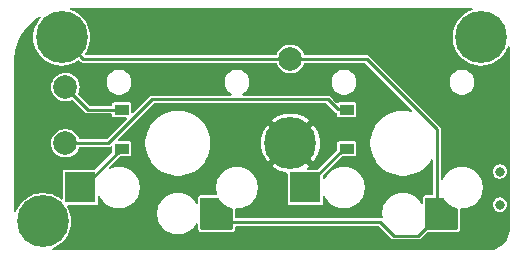
<source format=gbl>
G04 #@! TF.GenerationSoftware,KiCad,Pcbnew,8.0.5*
G04 #@! TF.CreationDate,2024-09-18T07:36:17+09:00*
G04 #@! TF.ProjectId,SandyLP_Middle_Isolated_Area,53616e64-794c-4505-9f4d-6964646c655f,v.0*
G04 #@! TF.SameCoordinates,Original*
G04 #@! TF.FileFunction,Copper,L2,Bot*
G04 #@! TF.FilePolarity,Positive*
%FSLAX46Y46*%
G04 Gerber Fmt 4.6, Leading zero omitted, Abs format (unit mm)*
G04 Created by KiCad (PCBNEW 8.0.5) date 2024-09-18 07:36:17*
%MOMM*%
%LPD*%
G01*
G04 APERTURE LIST*
G04 Aperture macros list*
%AMFreePoly0*
4,1,18,0.629926,1.692426,0.637215,1.683591,0.881507,1.322037,1.335531,0.983935,1.781286,0.836983,1.816077,0.807010,1.822500,0.780000,1.822500,-0.950000,1.804926,-0.992426,1.762500,-1.010000,-0.837500,-1.010000,-0.879926,-0.992426,-0.897500,-0.950000,-0.897500,1.650000,-0.879926,1.692426,-0.837500,1.710000,0.587500,1.710000,0.629926,1.692426,0.629926,1.692426,$1*%
G04 Aperture macros list end*
G04 #@! TA.AperFunction,SMDPad,CuDef*
%ADD10FreePoly0,0.000000*%
G04 #@! TD*
G04 #@! TA.AperFunction,SMDPad,CuDef*
%ADD11R,2.600000X2.600000*%
G04 #@! TD*
G04 #@! TA.AperFunction,ComponentPad*
%ADD12C,4.400000*%
G04 #@! TD*
G04 #@! TA.AperFunction,SMDPad,CuDef*
%ADD13R,1.200000X0.900000*%
G04 #@! TD*
G04 #@! TA.AperFunction,ComponentPad*
%ADD14C,2.000000*%
G04 #@! TD*
G04 #@! TA.AperFunction,ComponentPad*
%ADD15C,0.800000*%
G04 #@! TD*
G04 #@! TA.AperFunction,ViaPad*
%ADD16C,0.800000*%
G04 #@! TD*
G04 #@! TA.AperFunction,Conductor*
%ADD17C,0.250000*%
G04 #@! TD*
G04 APERTURE END LIST*
D10*
X42920935Y-55925280D03*
D11*
X31833435Y-53375280D03*
D10*
X61970935Y-55925280D03*
D11*
X50883435Y-53375280D03*
D12*
X49633435Y-49625280D03*
D13*
X35345935Y-46784655D03*
X35345935Y-50084655D03*
D14*
X49633435Y-42481530D03*
D15*
X67358435Y-54825280D03*
X67358435Y-52025280D03*
D12*
X28658435Y-56250280D03*
X65758435Y-40650280D03*
X30258435Y-40650280D03*
D14*
X30583435Y-44862780D03*
D13*
X54395935Y-46784655D03*
X54395935Y-50084655D03*
D14*
X30583435Y-49625280D03*
D16*
X32964655Y-38909656D03*
X27011525Y-41290908D03*
X39683435Y-41519030D03*
X67492809Y-56173733D03*
X47252167Y-38909656D03*
X67492809Y-50815916D03*
X27011525Y-53792481D03*
X49633435Y-57959655D03*
X31178716Y-57959672D03*
X46656854Y-50220603D03*
X67492809Y-43076847D03*
X32964655Y-44862786D03*
X63325618Y-42481534D03*
X65706870Y-57959672D03*
X49633419Y-55419030D03*
X53205297Y-47839351D03*
X36536533Y-51411229D03*
X63325618Y-38909656D03*
D17*
X31833435Y-53375280D02*
X32055310Y-53375280D01*
X32055310Y-53375280D02*
X35345935Y-50084655D01*
X50883435Y-53375280D02*
X54174060Y-50084655D01*
X54174060Y-50084655D02*
X54395935Y-50084655D01*
X32089685Y-42481530D02*
X30258435Y-40650280D01*
X56080549Y-42481530D02*
X62033435Y-48434416D01*
X60445935Y-57450280D02*
X61970935Y-55925280D01*
X62033435Y-48434416D02*
X62033435Y-55862780D01*
X49633435Y-42481530D02*
X32089685Y-42481530D01*
X49633435Y-42481530D02*
X56080549Y-42481530D01*
X42920935Y-55925280D02*
X43314685Y-56319030D01*
X57250535Y-56319030D02*
X58381785Y-57450280D01*
X62033435Y-55862780D02*
X61970935Y-55925280D01*
X58381785Y-57450280D02*
X60445935Y-57450280D01*
X43314685Y-56319030D02*
X57250535Y-56319030D01*
X54395935Y-46784655D02*
X54361560Y-46750280D01*
X34205310Y-49625280D02*
X30583435Y-49625280D01*
X53614685Y-46750280D02*
X52783435Y-45919030D01*
X54361560Y-46750280D02*
X53614685Y-46750280D01*
X37911560Y-45919030D02*
X34205310Y-49625280D01*
X52783435Y-45919030D02*
X37911560Y-45919030D01*
X32505310Y-46784655D02*
X30583435Y-44862780D01*
X35345935Y-46784655D02*
X32505310Y-46784655D01*
G04 #@! TA.AperFunction,Conductor*
G36*
X65043111Y-38188397D02*
G01*
X65079075Y-38237897D01*
X65079075Y-38299083D01*
X65043111Y-38348583D01*
X65017977Y-38361389D01*
X65018065Y-38361610D01*
X65015729Y-38362534D01*
X65015515Y-38362644D01*
X65015171Y-38362755D01*
X64734334Y-38473946D01*
X64469648Y-38619459D01*
X64469627Y-38619472D01*
X64225275Y-38797003D01*
X64225272Y-38797005D01*
X64005090Y-39003771D01*
X64005080Y-39003782D01*
X63812549Y-39236512D01*
X63650709Y-39491530D01*
X63650702Y-39491543D01*
X63522096Y-39764843D01*
X63505165Y-39816952D01*
X63439517Y-40018997D01*
X63428755Y-40052118D01*
X63428752Y-40052128D01*
X63372155Y-40348817D01*
X63353189Y-40650280D01*
X63372155Y-40951742D01*
X63419532Y-41200099D01*
X63428754Y-41248440D01*
X63522094Y-41535710D01*
X63522096Y-41535716D01*
X63650702Y-41809016D01*
X63650709Y-41809029D01*
X63812549Y-42064047D01*
X64005080Y-42296777D01*
X64005090Y-42296788D01*
X64225272Y-42503554D01*
X64225275Y-42503556D01*
X64469627Y-42681087D01*
X64469631Y-42681089D01*
X64469640Y-42681096D01*
X64734331Y-42826612D01*
X65015173Y-42937805D01*
X65307737Y-43012922D01*
X65507517Y-43038160D01*
X65607407Y-43050780D01*
X65607408Y-43050780D01*
X65909463Y-43050780D01*
X65959407Y-43044470D01*
X66209133Y-43012922D01*
X66501697Y-42937805D01*
X66782539Y-42826612D01*
X67047230Y-42681096D01*
X67291597Y-42503554D01*
X67511784Y-42296784D01*
X67704320Y-42064048D01*
X67866168Y-41809016D01*
X67994776Y-41535710D01*
X68023915Y-41446028D01*
X68059877Y-41396532D01*
X68118067Y-41377624D01*
X68176258Y-41396531D01*
X68212222Y-41446030D01*
X68217068Y-41476683D01*
X68207961Y-56804827D01*
X68207935Y-56805065D01*
X68207935Y-56847043D01*
X68207723Y-56853517D01*
X68192539Y-57085217D01*
X68190849Y-57098056D01*
X68146183Y-57322615D01*
X68142831Y-57335123D01*
X68069243Y-57551915D01*
X68064288Y-57563879D01*
X67963023Y-57769231D01*
X67956548Y-57780446D01*
X67829355Y-57970809D01*
X67821472Y-57981083D01*
X67670514Y-58153223D01*
X67661357Y-58162380D01*
X67489226Y-58313339D01*
X67478953Y-58321223D01*
X67288590Y-58448423D01*
X67277375Y-58454898D01*
X67072026Y-58556168D01*
X67060062Y-58561123D01*
X66843269Y-58634719D01*
X66830761Y-58638071D01*
X66606211Y-58682741D01*
X66593371Y-58684432D01*
X66362520Y-58699566D01*
X66356007Y-58699778D01*
X29546053Y-58686112D01*
X29487870Y-58667183D01*
X29451924Y-58617670D01*
X29451947Y-58556484D01*
X29487929Y-58506998D01*
X29509639Y-58495067D01*
X29682539Y-58426612D01*
X29947230Y-58281096D01*
X30191597Y-58103554D01*
X30411784Y-57896784D01*
X30604320Y-57664048D01*
X30766168Y-57409016D01*
X30894776Y-57135710D01*
X30988116Y-56848440D01*
X31044715Y-56551737D01*
X31063681Y-56250280D01*
X31044715Y-55948823D01*
X30988116Y-55652120D01*
X30894776Y-55364850D01*
X30766168Y-55091544D01*
X30725732Y-55027827D01*
X30710516Y-54968564D01*
X30733040Y-54911675D01*
X30784701Y-54878890D01*
X30809321Y-54875780D01*
X33153182Y-54875780D01*
X33153183Y-54875780D01*
X33211666Y-54864147D01*
X33277987Y-54819832D01*
X33322302Y-54753511D01*
X33333935Y-54695028D01*
X33333935Y-54163241D01*
X33352842Y-54105050D01*
X33402342Y-54069086D01*
X33463528Y-54069086D01*
X33513028Y-54105050D01*
X33524399Y-54125356D01*
X33535087Y-54151160D01*
X33535089Y-54151163D01*
X33535091Y-54151168D01*
X33649824Y-54349892D01*
X33789516Y-54531941D01*
X33951774Y-54694199D01*
X34133823Y-54833891D01*
X34332547Y-54948624D01*
X34332548Y-54948624D01*
X34332551Y-54948626D01*
X34428602Y-54988411D01*
X34544548Y-55036438D01*
X34766197Y-55095828D01*
X34993701Y-55125780D01*
X34993702Y-55125780D01*
X35223168Y-55125780D01*
X35223169Y-55125780D01*
X35450673Y-55095828D01*
X35672322Y-55036438D01*
X35884323Y-54948624D01*
X36083047Y-54833891D01*
X36265096Y-54694199D01*
X36427354Y-54531941D01*
X36567046Y-54349892D01*
X36681779Y-54151168D01*
X36769593Y-53939167D01*
X36828983Y-53717518D01*
X36858935Y-53490014D01*
X36858935Y-53260546D01*
X36828983Y-53033042D01*
X36769593Y-52811393D01*
X36717471Y-52685560D01*
X36681781Y-52599396D01*
X36597586Y-52453566D01*
X36567046Y-52400668D01*
X36427354Y-52218619D01*
X36265096Y-52056361D01*
X36201577Y-52007621D01*
X36083046Y-51916668D01*
X35884318Y-51801933D01*
X35672320Y-51714121D01*
X35450673Y-51654732D01*
X35223169Y-51624780D01*
X34993701Y-51624780D01*
X34993700Y-51624780D01*
X34766196Y-51654732D01*
X34544546Y-51714122D01*
X34376574Y-51783698D01*
X34315577Y-51788498D01*
X34263408Y-51756529D01*
X34239994Y-51700001D01*
X34254278Y-51640506D01*
X34268681Y-51622234D01*
X35126765Y-50764151D01*
X35181282Y-50736374D01*
X35196769Y-50735155D01*
X35965682Y-50735155D01*
X35965683Y-50735155D01*
X36024166Y-50723522D01*
X36090487Y-50679207D01*
X36134802Y-50612886D01*
X36146435Y-50554403D01*
X36146435Y-49614907D01*
X36134802Y-49556424D01*
X36090487Y-49490103D01*
X36061618Y-49470813D01*
X37357935Y-49470813D01*
X37357935Y-49779746D01*
X37392523Y-50086730D01*
X37461267Y-50387917D01*
X37563298Y-50679505D01*
X37697340Y-50957846D01*
X37785184Y-51097648D01*
X37861700Y-51219423D01*
X38054315Y-51460954D01*
X38272761Y-51679400D01*
X38514292Y-51872015D01*
X38607738Y-51930731D01*
X38758210Y-52025279D01*
X38775870Y-52036375D01*
X39054206Y-52170415D01*
X39345799Y-52272448D01*
X39646983Y-52341191D01*
X39953970Y-52375780D01*
X39953971Y-52375780D01*
X40262899Y-52375780D01*
X40262900Y-52375780D01*
X40569887Y-52341191D01*
X40871071Y-52272448D01*
X41162664Y-52170415D01*
X41441000Y-52036375D01*
X41702578Y-51872015D01*
X41944109Y-51679400D01*
X42162555Y-51460954D01*
X42355170Y-51219423D01*
X42519530Y-50957845D01*
X42653570Y-50679509D01*
X42755603Y-50387916D01*
X42824346Y-50086732D01*
X42858935Y-49779745D01*
X42858935Y-49625280D01*
X47128492Y-49625280D01*
X47148244Y-49939238D01*
X47207187Y-50248225D01*
X47207190Y-50248235D01*
X47304400Y-50547417D01*
X47438337Y-50832045D01*
X47438344Y-50832058D01*
X47606893Y-51097648D01*
X47697720Y-51207439D01*
X48697143Y-50208015D01*
X48794402Y-50341882D01*
X48916833Y-50464313D01*
X49050697Y-50561570D01*
X48048408Y-51563859D01*
X48291229Y-51740280D01*
X48566880Y-51891819D01*
X48566883Y-51891821D01*
X48859364Y-52007621D01*
X49164053Y-52085852D01*
X49164065Y-52085855D01*
X49296342Y-52102565D01*
X49351705Y-52128616D01*
X49381181Y-52182233D01*
X49382935Y-52200784D01*
X49382935Y-54695026D01*
X49382936Y-54695038D01*
X49394567Y-54753507D01*
X49394568Y-54753511D01*
X49438883Y-54819832D01*
X49505204Y-54864147D01*
X49549666Y-54872991D01*
X49563676Y-54875778D01*
X49563681Y-54875778D01*
X49563687Y-54875780D01*
X49563688Y-54875780D01*
X52203182Y-54875780D01*
X52203183Y-54875780D01*
X52261666Y-54864147D01*
X52327987Y-54819832D01*
X52372302Y-54753511D01*
X52383935Y-54695028D01*
X52383935Y-54163241D01*
X52402842Y-54105050D01*
X52452342Y-54069086D01*
X52513528Y-54069086D01*
X52563028Y-54105050D01*
X52574399Y-54125356D01*
X52585087Y-54151160D01*
X52585089Y-54151163D01*
X52585091Y-54151168D01*
X52699824Y-54349892D01*
X52839516Y-54531941D01*
X53001774Y-54694199D01*
X53183823Y-54833891D01*
X53382547Y-54948624D01*
X53382548Y-54948624D01*
X53382551Y-54948626D01*
X53478602Y-54988411D01*
X53594548Y-55036438D01*
X53816197Y-55095828D01*
X54043701Y-55125780D01*
X54043702Y-55125780D01*
X54273168Y-55125780D01*
X54273169Y-55125780D01*
X54500673Y-55095828D01*
X54722322Y-55036438D01*
X54934323Y-54948624D01*
X55133047Y-54833891D01*
X55315096Y-54694199D01*
X55477354Y-54531941D01*
X55617046Y-54349892D01*
X55731779Y-54151168D01*
X55819593Y-53939167D01*
X55878983Y-53717518D01*
X55908935Y-53490014D01*
X55908935Y-53260546D01*
X55878983Y-53033042D01*
X55819593Y-52811393D01*
X55767471Y-52685560D01*
X55731781Y-52599396D01*
X55647586Y-52453566D01*
X55617046Y-52400668D01*
X55477354Y-52218619D01*
X55315096Y-52056361D01*
X55251577Y-52007621D01*
X55133046Y-51916668D01*
X54934318Y-51801933D01*
X54722320Y-51714121D01*
X54500673Y-51654732D01*
X54273169Y-51624780D01*
X54043701Y-51624780D01*
X54043700Y-51624780D01*
X53816196Y-51654732D01*
X53594549Y-51714121D01*
X53382551Y-51801933D01*
X53183823Y-51916668D01*
X53001777Y-52056358D01*
X52839513Y-52218622D01*
X52699823Y-52400668D01*
X52585088Y-52599396D01*
X52574399Y-52625204D01*
X52534662Y-52671730D01*
X52475167Y-52686013D01*
X52418639Y-52662598D01*
X52386670Y-52610429D01*
X52383935Y-52587318D01*
X52383935Y-52376114D01*
X52402842Y-52317923D01*
X52412931Y-52306110D01*
X53954890Y-50764151D01*
X54009407Y-50736374D01*
X54024894Y-50735155D01*
X55015682Y-50735155D01*
X55015683Y-50735155D01*
X55074166Y-50723522D01*
X55140487Y-50679207D01*
X55184802Y-50612886D01*
X55196435Y-50554403D01*
X55196435Y-49614907D01*
X55184802Y-49556424D01*
X55140487Y-49490103D01*
X55111618Y-49470813D01*
X55074168Y-49445789D01*
X55074166Y-49445788D01*
X55074163Y-49445787D01*
X55074162Y-49445787D01*
X55015693Y-49434156D01*
X55015683Y-49434155D01*
X53776187Y-49434155D01*
X53776186Y-49434155D01*
X53776176Y-49434156D01*
X53717707Y-49445787D01*
X53717701Y-49445789D01*
X53651386Y-49490100D01*
X53651380Y-49490106D01*
X53607069Y-49556421D01*
X53607067Y-49556427D01*
X53595436Y-49614896D01*
X53595435Y-49614908D01*
X53595435Y-50161945D01*
X53576528Y-50220136D01*
X53566439Y-50231949D01*
X51952604Y-51845784D01*
X51898087Y-51873561D01*
X51882600Y-51874780D01*
X51095208Y-51874780D01*
X51037017Y-51855873D01*
X51001053Y-51806373D01*
X51001053Y-51745187D01*
X51037017Y-51695687D01*
X51218461Y-51563859D01*
X50216172Y-50561570D01*
X50350037Y-50464313D01*
X50472468Y-50341882D01*
X50569725Y-50208016D01*
X51569148Y-51207439D01*
X51659976Y-51097648D01*
X51828525Y-50832058D01*
X51828532Y-50832045D01*
X51962469Y-50547417D01*
X52059679Y-50248235D01*
X52059682Y-50248225D01*
X52118625Y-49939238D01*
X52138377Y-49625280D01*
X52118625Y-49311321D01*
X52059682Y-49002334D01*
X52059679Y-49002324D01*
X51962469Y-48703142D01*
X51828532Y-48418514D01*
X51828525Y-48418501D01*
X51659976Y-48152911D01*
X51569148Y-48043119D01*
X50569725Y-49042541D01*
X50472468Y-48908678D01*
X50350037Y-48786247D01*
X50216170Y-48688988D01*
X51218460Y-47686699D01*
X50975640Y-47510279D01*
X50699989Y-47358740D01*
X50699986Y-47358738D01*
X50407505Y-47242938D01*
X50102810Y-47164705D01*
X49790722Y-47125280D01*
X49476148Y-47125280D01*
X49164059Y-47164705D01*
X48859364Y-47242938D01*
X48566883Y-47358738D01*
X48566880Y-47358740D01*
X48291233Y-47510277D01*
X48291214Y-47510289D01*
X48048407Y-47686698D01*
X49050698Y-48688989D01*
X48916833Y-48786247D01*
X48794402Y-48908678D01*
X48697144Y-49042543D01*
X47697720Y-48043119D01*
X47606893Y-48152911D01*
X47438338Y-48418513D01*
X47438337Y-48418514D01*
X47304400Y-48703142D01*
X47207190Y-49002324D01*
X47207187Y-49002334D01*
X47148244Y-49311321D01*
X47128492Y-49625280D01*
X42858935Y-49625280D01*
X42858935Y-49470815D01*
X42824346Y-49163828D01*
X42755603Y-48862644D01*
X42653570Y-48571051D01*
X42519530Y-48292715D01*
X42355170Y-48031137D01*
X42162555Y-47789606D01*
X41944109Y-47571160D01*
X41702578Y-47378545D01*
X41441001Y-47214185D01*
X41162660Y-47080143D01*
X40871072Y-46978112D01*
X40569885Y-46909368D01*
X40262901Y-46874780D01*
X40262900Y-46874780D01*
X39953970Y-46874780D01*
X39953968Y-46874780D01*
X39646984Y-46909368D01*
X39345797Y-46978112D01*
X39054209Y-47080143D01*
X38775868Y-47214185D01*
X38514291Y-47378545D01*
X38272762Y-47571159D01*
X38054314Y-47789607D01*
X37861700Y-48031136D01*
X37697340Y-48292713D01*
X37563298Y-48571054D01*
X37461267Y-48862642D01*
X37392523Y-49163829D01*
X37357935Y-49470813D01*
X36061618Y-49470813D01*
X36024168Y-49445789D01*
X36024166Y-49445788D01*
X36024163Y-49445787D01*
X36024162Y-49445787D01*
X35965693Y-49434156D01*
X35965683Y-49434155D01*
X35965682Y-49434155D01*
X35095770Y-49434155D01*
X35037579Y-49415248D01*
X35001615Y-49365748D01*
X35001615Y-49304562D01*
X35025766Y-49265151D01*
X38017391Y-46273526D01*
X38071908Y-46245749D01*
X38087395Y-46244530D01*
X52607600Y-46244530D01*
X52665791Y-46263437D01*
X52677604Y-46273526D01*
X53414823Y-47010745D01*
X53414825Y-47010746D01*
X53414826Y-47010747D01*
X53414827Y-47010748D01*
X53489042Y-47053596D01*
X53489043Y-47053597D01*
X53489045Y-47053597D01*
X53489046Y-47053598D01*
X53522058Y-47062443D01*
X53573371Y-47095764D01*
X53595299Y-47152885D01*
X53595435Y-47158069D01*
X53595435Y-47254401D01*
X53595436Y-47254413D01*
X53607067Y-47312882D01*
X53607069Y-47312888D01*
X53651380Y-47379203D01*
X53651383Y-47379207D01*
X53717704Y-47423522D01*
X53762166Y-47432366D01*
X53776176Y-47435153D01*
X53776181Y-47435153D01*
X53776187Y-47435155D01*
X53776188Y-47435155D01*
X55015682Y-47435155D01*
X55015683Y-47435155D01*
X55074166Y-47423522D01*
X55140487Y-47379207D01*
X55184802Y-47312886D01*
X55196435Y-47254403D01*
X55196435Y-46314907D01*
X55184802Y-46256424D01*
X55140487Y-46190103D01*
X55137898Y-46188373D01*
X55074168Y-46145789D01*
X55074166Y-46145788D01*
X55074163Y-46145787D01*
X55074162Y-46145787D01*
X55015693Y-46134156D01*
X55015683Y-46134155D01*
X53776187Y-46134155D01*
X53776186Y-46134155D01*
X53776176Y-46134156D01*
X53717707Y-46145787D01*
X53717701Y-46145789D01*
X53643276Y-46195520D01*
X53642212Y-46193928D01*
X53598587Y-46216152D01*
X53538155Y-46206574D01*
X53513105Y-46188373D01*
X53263909Y-45939177D01*
X52983297Y-45658565D01*
X52983294Y-45658563D01*
X52983293Y-45658562D01*
X52983292Y-45658561D01*
X52909077Y-45615713D01*
X52909079Y-45615713D01*
X52876956Y-45607106D01*
X52826288Y-45593530D01*
X45650833Y-45593530D01*
X45592642Y-45574623D01*
X45556678Y-45525123D01*
X45556678Y-45463937D01*
X45592642Y-45414437D01*
X45604165Y-45407220D01*
X45606028Y-45406224D01*
X45606031Y-45406221D01*
X45606033Y-45406221D01*
X45778090Y-45291257D01*
X45924412Y-45144935D01*
X46039376Y-44972878D01*
X46118565Y-44781700D01*
X46158935Y-44578745D01*
X46158935Y-44371815D01*
X46158934Y-44371812D01*
X53107935Y-44371812D01*
X53107935Y-44578747D01*
X53148304Y-44781698D01*
X53227493Y-44972877D01*
X53227494Y-44972878D01*
X53342458Y-45144935D01*
X53488780Y-45291257D01*
X53660837Y-45406221D01*
X53852015Y-45485410D01*
X54054970Y-45525780D01*
X54054971Y-45525780D01*
X54261899Y-45525780D01*
X54261900Y-45525780D01*
X54464855Y-45485410D01*
X54656033Y-45406221D01*
X54828090Y-45291257D01*
X54974412Y-45144935D01*
X55089376Y-44972878D01*
X55168565Y-44781700D01*
X55208935Y-44578745D01*
X55208935Y-44371815D01*
X55168565Y-44168860D01*
X55089376Y-43977682D01*
X54974412Y-43805625D01*
X54828090Y-43659303D01*
X54800919Y-43641148D01*
X54656032Y-43544338D01*
X54464853Y-43465149D01*
X54261902Y-43424780D01*
X54261900Y-43424780D01*
X54054970Y-43424780D01*
X54054967Y-43424780D01*
X53852016Y-43465149D01*
X53660837Y-43544338D01*
X53488783Y-43659300D01*
X53342455Y-43805628D01*
X53227493Y-43977682D01*
X53148304Y-44168861D01*
X53107935Y-44371812D01*
X46158934Y-44371812D01*
X46118565Y-44168860D01*
X46039376Y-43977682D01*
X45924412Y-43805625D01*
X45778090Y-43659303D01*
X45750919Y-43641148D01*
X45606032Y-43544338D01*
X45414853Y-43465149D01*
X45211902Y-43424780D01*
X45211900Y-43424780D01*
X45004970Y-43424780D01*
X45004967Y-43424780D01*
X44802016Y-43465149D01*
X44610837Y-43544338D01*
X44438783Y-43659300D01*
X44292455Y-43805628D01*
X44177493Y-43977682D01*
X44098304Y-44168861D01*
X44057935Y-44371812D01*
X44057935Y-44578747D01*
X44098304Y-44781698D01*
X44177493Y-44972877D01*
X44177494Y-44972878D01*
X44292458Y-45144935D01*
X44438780Y-45291257D01*
X44438783Y-45291259D01*
X44610841Y-45406224D01*
X44612705Y-45407220D01*
X44613374Y-45407916D01*
X44614881Y-45408923D01*
X44614660Y-45409253D01*
X44655112Y-45451326D01*
X44663495Y-45511934D01*
X44634653Y-45565895D01*
X44579601Y-45592596D01*
X44566037Y-45593530D01*
X37954413Y-45593530D01*
X37868707Y-45593530D01*
X37818038Y-45607106D01*
X37785916Y-45615713D01*
X37711702Y-45658561D01*
X36315439Y-47054824D01*
X36260922Y-47082601D01*
X36200490Y-47073030D01*
X36157225Y-47029765D01*
X36146435Y-46984820D01*
X36146435Y-46314908D01*
X36146433Y-46314896D01*
X36139101Y-46278036D01*
X36134802Y-46256424D01*
X36090487Y-46190103D01*
X36087898Y-46188373D01*
X36024168Y-46145789D01*
X36024166Y-46145788D01*
X36024163Y-46145787D01*
X36024162Y-46145787D01*
X35965693Y-46134156D01*
X35965683Y-46134155D01*
X34726187Y-46134155D01*
X34726186Y-46134155D01*
X34726176Y-46134156D01*
X34667707Y-46145787D01*
X34667701Y-46145789D01*
X34601386Y-46190100D01*
X34601380Y-46190106D01*
X34557069Y-46256421D01*
X34557067Y-46256427D01*
X34545436Y-46314896D01*
X34545435Y-46314908D01*
X34545435Y-46360155D01*
X34526528Y-46418346D01*
X34477028Y-46454310D01*
X34446435Y-46459155D01*
X32681144Y-46459155D01*
X32622953Y-46440248D01*
X32611140Y-46430159D01*
X31682116Y-45501134D01*
X31654339Y-45446617D01*
X31663498Y-45387002D01*
X31707664Y-45298308D01*
X31768550Y-45084316D01*
X31789078Y-44862780D01*
X31768550Y-44641244D01*
X31707664Y-44427252D01*
X31680058Y-44371812D01*
X34057935Y-44371812D01*
X34057935Y-44578747D01*
X34098304Y-44781698D01*
X34177493Y-44972877D01*
X34177494Y-44972878D01*
X34292458Y-45144935D01*
X34438780Y-45291257D01*
X34610837Y-45406221D01*
X34802015Y-45485410D01*
X35004970Y-45525780D01*
X35004971Y-45525780D01*
X35211899Y-45525780D01*
X35211900Y-45525780D01*
X35414855Y-45485410D01*
X35606033Y-45406221D01*
X35778090Y-45291257D01*
X35924412Y-45144935D01*
X36039376Y-44972878D01*
X36118565Y-44781700D01*
X36158935Y-44578745D01*
X36158935Y-44371815D01*
X36118565Y-44168860D01*
X36039376Y-43977682D01*
X35924412Y-43805625D01*
X35778090Y-43659303D01*
X35750919Y-43641148D01*
X35606032Y-43544338D01*
X35414853Y-43465149D01*
X35211902Y-43424780D01*
X35211900Y-43424780D01*
X35004970Y-43424780D01*
X35004967Y-43424780D01*
X34802016Y-43465149D01*
X34610837Y-43544338D01*
X34438783Y-43659300D01*
X34292455Y-43805628D01*
X34177493Y-43977682D01*
X34098304Y-44168861D01*
X34057935Y-44371812D01*
X31680058Y-44371812D01*
X31608493Y-44228091D01*
X31474416Y-44050544D01*
X31309997Y-43900656D01*
X31120836Y-43783533D01*
X30913375Y-43703162D01*
X30913374Y-43703161D01*
X30913372Y-43703161D01*
X30694678Y-43662280D01*
X30472192Y-43662280D01*
X30253497Y-43703161D01*
X30177232Y-43732706D01*
X30046034Y-43783533D01*
X29856873Y-43900656D01*
X29692455Y-44050543D01*
X29558378Y-44228089D01*
X29558373Y-44228098D01*
X29486810Y-44371816D01*
X29459206Y-44427252D01*
X29398320Y-44641244D01*
X29377792Y-44862780D01*
X29398320Y-45084316D01*
X29459206Y-45298308D01*
X29558377Y-45497469D01*
X29692454Y-45675016D01*
X29856873Y-45824904D01*
X30046034Y-45942027D01*
X30253495Y-46022398D01*
X30472192Y-46063280D01*
X30694678Y-46063280D01*
X30913375Y-46022398D01*
X31119442Y-45942566D01*
X31180531Y-45939177D01*
X31225207Y-45964878D01*
X32244843Y-46984514D01*
X32244845Y-46984517D01*
X32305448Y-47045120D01*
X32342557Y-47066544D01*
X32342559Y-47066546D01*
X32366113Y-47080145D01*
X32379671Y-47087973D01*
X32462457Y-47110156D01*
X32462459Y-47110156D01*
X32554226Y-47110156D01*
X32554242Y-47110155D01*
X34446435Y-47110155D01*
X34504626Y-47129062D01*
X34540590Y-47178562D01*
X34545435Y-47209155D01*
X34545435Y-47254401D01*
X34545436Y-47254413D01*
X34557067Y-47312882D01*
X34557069Y-47312888D01*
X34601380Y-47379203D01*
X34601383Y-47379207D01*
X34667704Y-47423522D01*
X34712166Y-47432366D01*
X34726176Y-47435153D01*
X34726181Y-47435153D01*
X34726187Y-47435155D01*
X35696100Y-47435155D01*
X35754291Y-47454062D01*
X35790255Y-47503562D01*
X35790255Y-47564748D01*
X35766104Y-47604159D01*
X34099479Y-49270784D01*
X34044962Y-49298561D01*
X34029475Y-49299780D01*
X31813731Y-49299780D01*
X31755540Y-49280873D01*
X31719576Y-49231373D01*
X31718510Y-49227873D01*
X31707664Y-49189752D01*
X31608493Y-48990591D01*
X31474416Y-48813044D01*
X31309997Y-48663156D01*
X31120836Y-48546033D01*
X30913375Y-48465662D01*
X30913374Y-48465661D01*
X30913372Y-48465661D01*
X30694678Y-48424780D01*
X30472192Y-48424780D01*
X30253497Y-48465661D01*
X30177232Y-48495206D01*
X30046034Y-48546033D01*
X29856873Y-48663156D01*
X29692455Y-48813043D01*
X29558378Y-48990589D01*
X29558373Y-48990598D01*
X29472114Y-49163829D01*
X29459206Y-49189752D01*
X29398320Y-49403744D01*
X29377792Y-49625280D01*
X29398320Y-49846816D01*
X29459206Y-50060808D01*
X29558377Y-50259969D01*
X29692454Y-50437516D01*
X29856873Y-50587404D01*
X30046034Y-50704527D01*
X30253495Y-50784898D01*
X30472192Y-50825780D01*
X30694678Y-50825780D01*
X30913375Y-50784898D01*
X31120836Y-50704527D01*
X31309997Y-50587404D01*
X31474416Y-50437516D01*
X31608493Y-50259969D01*
X31707664Y-50060808D01*
X31718510Y-50022685D01*
X31752621Y-49971892D01*
X31810073Y-49950848D01*
X31813731Y-49950780D01*
X34248161Y-49950780D01*
X34248163Y-49950780D01*
X34330949Y-49928598D01*
X34396934Y-49890500D01*
X34456782Y-49877779D01*
X34512678Y-49902665D01*
X34543271Y-49955653D01*
X34545435Y-49976237D01*
X34545435Y-50383820D01*
X34526528Y-50442011D01*
X34516439Y-50453824D01*
X33124479Y-51845784D01*
X33069962Y-51873561D01*
X33054475Y-51874780D01*
X30513687Y-51874780D01*
X30513686Y-51874780D01*
X30513676Y-51874781D01*
X30455207Y-51886412D01*
X30455201Y-51886414D01*
X30388886Y-51930725D01*
X30388880Y-51930731D01*
X30344569Y-51997046D01*
X30344567Y-51997052D01*
X30332936Y-52055521D01*
X30332935Y-52055533D01*
X30332935Y-54305395D01*
X30314028Y-54363586D01*
X30264528Y-54399550D01*
X30203342Y-54399550D01*
X30175745Y-54385488D01*
X29947242Y-54219472D01*
X29947235Y-54219467D01*
X29947230Y-54219464D01*
X29682539Y-54073948D01*
X29682537Y-54073947D01*
X29682535Y-54073946D01*
X29401697Y-53962755D01*
X29109133Y-53887638D01*
X29109126Y-53887637D01*
X29109130Y-53887637D01*
X28809463Y-53849780D01*
X28809462Y-53849780D01*
X28507408Y-53849780D01*
X28507407Y-53849780D01*
X28207741Y-53887637D01*
X27915172Y-53962755D01*
X27634334Y-54073946D01*
X27369648Y-54219459D01*
X27369627Y-54219472D01*
X27125275Y-54397003D01*
X27125272Y-54397005D01*
X26905090Y-54603771D01*
X26905080Y-54603782D01*
X26712549Y-54836512D01*
X26550709Y-55091530D01*
X26550702Y-55091543D01*
X26422093Y-55364850D01*
X26414589Y-55387946D01*
X26378625Y-55437446D01*
X26320434Y-55456353D01*
X26262244Y-55437445D01*
X26226280Y-55387945D01*
X26221435Y-55357353D01*
X26221435Y-42783655D01*
X26221529Y-42779337D01*
X26225818Y-42681096D01*
X26238797Y-42383829D01*
X26239547Y-42375253D01*
X26290939Y-41984896D01*
X26292438Y-41976400D01*
X26321161Y-41846841D01*
X26377649Y-41592033D01*
X26379883Y-41583698D01*
X26395013Y-41535714D01*
X26498275Y-41208207D01*
X26501227Y-41200099D01*
X26651889Y-40836366D01*
X26655531Y-40828554D01*
X26837332Y-40479318D01*
X26841639Y-40471857D01*
X27053194Y-40139781D01*
X27058133Y-40132730D01*
X27297810Y-39820376D01*
X27303348Y-39813775D01*
X27569355Y-39523479D01*
X27575437Y-39517398D01*
X27865719Y-39251403D01*
X27872310Y-39245872D01*
X28184676Y-39006184D01*
X28191727Y-39001246D01*
X28328518Y-38914101D01*
X28387754Y-38898783D01*
X28444682Y-38921207D01*
X28477557Y-38972810D01*
X28473821Y-39033882D01*
X28457991Y-39060703D01*
X28312549Y-39236512D01*
X28150709Y-39491530D01*
X28150702Y-39491543D01*
X28022096Y-39764843D01*
X28005165Y-39816952D01*
X27939517Y-40018997D01*
X27928755Y-40052118D01*
X27928752Y-40052128D01*
X27872155Y-40348817D01*
X27853189Y-40650280D01*
X27872155Y-40951742D01*
X27919532Y-41200099D01*
X27928754Y-41248440D01*
X28022094Y-41535710D01*
X28022096Y-41535716D01*
X28150702Y-41809016D01*
X28150709Y-41809029D01*
X28312549Y-42064047D01*
X28505080Y-42296777D01*
X28505090Y-42296788D01*
X28725272Y-42503554D01*
X28725275Y-42503556D01*
X28969627Y-42681087D01*
X28969631Y-42681089D01*
X28969640Y-42681096D01*
X29234331Y-42826612D01*
X29515173Y-42937805D01*
X29807737Y-43012922D01*
X30007517Y-43038160D01*
X30107407Y-43050780D01*
X30107408Y-43050780D01*
X30409463Y-43050780D01*
X30459407Y-43044470D01*
X30709133Y-43012922D01*
X31001697Y-42937805D01*
X31282539Y-42826612D01*
X31547230Y-42681096D01*
X31641981Y-42612254D01*
X31700168Y-42593348D01*
X31758359Y-42612255D01*
X31770173Y-42622344D01*
X31829218Y-42681389D01*
X31829220Y-42681392D01*
X31889823Y-42741995D01*
X31889825Y-42741996D01*
X31958220Y-42781485D01*
X31958229Y-42781488D01*
X31958231Y-42781490D01*
X31964047Y-42784848D01*
X32046833Y-42807031D01*
X32046835Y-42807031D01*
X32138601Y-42807031D01*
X32138617Y-42807030D01*
X48403139Y-42807030D01*
X48461330Y-42825937D01*
X48497294Y-42875437D01*
X48498352Y-42878913D01*
X48509206Y-42917058D01*
X48608377Y-43116219D01*
X48742454Y-43293766D01*
X48906873Y-43443654D01*
X49096034Y-43560777D01*
X49303495Y-43641148D01*
X49522192Y-43682030D01*
X49744678Y-43682030D01*
X49963375Y-43641148D01*
X50170836Y-43560777D01*
X50359997Y-43443654D01*
X50524416Y-43293766D01*
X50658493Y-43116219D01*
X50757664Y-42917058D01*
X50768510Y-42878935D01*
X50802621Y-42828142D01*
X50860073Y-42807098D01*
X50863731Y-42807030D01*
X55904714Y-42807030D01*
X55962905Y-42825937D01*
X55974718Y-42836026D01*
X59931702Y-46793010D01*
X59959479Y-46847527D01*
X59949908Y-46907959D01*
X59906643Y-46951224D01*
X59846211Y-46960795D01*
X59839669Y-46959532D01*
X59619885Y-46909368D01*
X59312901Y-46874780D01*
X59312900Y-46874780D01*
X59003970Y-46874780D01*
X59003968Y-46874780D01*
X58696984Y-46909368D01*
X58395797Y-46978112D01*
X58104209Y-47080143D01*
X57825868Y-47214185D01*
X57564291Y-47378545D01*
X57322762Y-47571159D01*
X57104314Y-47789607D01*
X56911700Y-48031136D01*
X56747340Y-48292713D01*
X56613298Y-48571054D01*
X56511267Y-48862642D01*
X56442523Y-49163829D01*
X56407935Y-49470813D01*
X56407935Y-49779746D01*
X56442523Y-50086730D01*
X56511267Y-50387917D01*
X56613298Y-50679505D01*
X56747340Y-50957846D01*
X56835184Y-51097648D01*
X56911700Y-51219423D01*
X57104315Y-51460954D01*
X57322761Y-51679400D01*
X57564292Y-51872015D01*
X57657738Y-51930731D01*
X57808210Y-52025279D01*
X57825870Y-52036375D01*
X58104206Y-52170415D01*
X58395799Y-52272448D01*
X58696983Y-52341191D01*
X59003970Y-52375780D01*
X59003971Y-52375780D01*
X59312899Y-52375780D01*
X59312900Y-52375780D01*
X59619887Y-52341191D01*
X59921071Y-52272448D01*
X60212664Y-52170415D01*
X60491000Y-52036375D01*
X60752578Y-51872015D01*
X60994109Y-51679400D01*
X61212555Y-51460954D01*
X61405170Y-51219423D01*
X61525110Y-51028539D01*
X61572078Y-50989328D01*
X61633124Y-50985212D01*
X61684932Y-51017764D01*
X61707711Y-51074551D01*
X61707935Y-51081211D01*
X61707935Y-53905780D01*
X61689028Y-53963971D01*
X61639528Y-53999935D01*
X61608935Y-54004780D01*
X61133434Y-54004780D01*
X61054792Y-54020423D01*
X61008834Y-54039459D01*
X60950538Y-54076089D01*
X60897615Y-54150677D01*
X60878578Y-54196640D01*
X60862935Y-54275279D01*
X60862935Y-54657087D01*
X60844028Y-54715278D01*
X60794528Y-54751242D01*
X60733342Y-54751242D01*
X60683842Y-54715278D01*
X60678198Y-54706587D01*
X60671530Y-54695038D01*
X60617046Y-54600668D01*
X60477354Y-54418619D01*
X60315096Y-54256361D01*
X60237265Y-54196639D01*
X60133046Y-54116668D01*
X59934318Y-54001933D01*
X59722320Y-53914121D01*
X59500673Y-53854732D01*
X59273169Y-53824780D01*
X59043701Y-53824780D01*
X59043700Y-53824780D01*
X58816196Y-53854732D01*
X58594549Y-53914121D01*
X58382551Y-54001933D01*
X58183823Y-54116668D01*
X58001777Y-54256358D01*
X57839513Y-54418622D01*
X57699823Y-54600668D01*
X57585088Y-54799396D01*
X57497276Y-55011394D01*
X57437887Y-55233041D01*
X57407935Y-55460545D01*
X57407935Y-55690015D01*
X57434204Y-55889547D01*
X57423054Y-55949708D01*
X57378672Y-55991825D01*
X57318010Y-55999811D01*
X57310429Y-55998096D01*
X57308649Y-55997619D01*
X57293388Y-55993530D01*
X57293387Y-55993530D01*
X45052935Y-55993530D01*
X44994744Y-55974623D01*
X44958780Y-55925123D01*
X44953935Y-55894530D01*
X44953935Y-55224780D01*
X44972842Y-55166589D01*
X45022342Y-55130625D01*
X45052935Y-55125780D01*
X45223168Y-55125780D01*
X45223169Y-55125780D01*
X45450673Y-55095828D01*
X45672322Y-55036438D01*
X45884323Y-54948624D01*
X46083047Y-54833891D01*
X46265096Y-54694199D01*
X46427354Y-54531941D01*
X46567046Y-54349892D01*
X46681779Y-54151168D01*
X46769593Y-53939167D01*
X46828983Y-53717518D01*
X46858935Y-53490014D01*
X46858935Y-53260546D01*
X46828983Y-53033042D01*
X46769593Y-52811393D01*
X46717471Y-52685560D01*
X46681781Y-52599396D01*
X46597586Y-52453566D01*
X46567046Y-52400668D01*
X46427354Y-52218619D01*
X46265096Y-52056361D01*
X46201577Y-52007621D01*
X46083046Y-51916668D01*
X45884318Y-51801933D01*
X45672320Y-51714121D01*
X45450673Y-51654732D01*
X45223169Y-51624780D01*
X44993701Y-51624780D01*
X44993700Y-51624780D01*
X44766196Y-51654732D01*
X44544549Y-51714121D01*
X44332551Y-51801933D01*
X44133823Y-51916668D01*
X43951777Y-52056358D01*
X43789513Y-52218622D01*
X43649823Y-52400668D01*
X43535088Y-52599396D01*
X43447276Y-52811394D01*
X43387887Y-53033041D01*
X43387887Y-53033042D01*
X43357935Y-53260546D01*
X43357935Y-53490014D01*
X43387887Y-53717518D01*
X43431465Y-53880158D01*
X43428263Y-53941258D01*
X43389758Y-53988808D01*
X43335839Y-54004780D01*
X42083434Y-54004780D01*
X42004792Y-54020423D01*
X41958834Y-54039459D01*
X41900538Y-54076089D01*
X41847615Y-54150677D01*
X41828578Y-54196640D01*
X41812935Y-54275279D01*
X41812935Y-54657087D01*
X41794028Y-54715278D01*
X41744528Y-54751242D01*
X41683342Y-54751242D01*
X41633842Y-54715278D01*
X41628198Y-54706587D01*
X41621530Y-54695038D01*
X41567046Y-54600668D01*
X41427354Y-54418619D01*
X41265096Y-54256361D01*
X41187265Y-54196639D01*
X41083046Y-54116668D01*
X40884318Y-54001933D01*
X40672320Y-53914121D01*
X40450673Y-53854732D01*
X40223169Y-53824780D01*
X39993701Y-53824780D01*
X39993700Y-53824780D01*
X39766196Y-53854732D01*
X39544549Y-53914121D01*
X39332551Y-54001933D01*
X39133823Y-54116668D01*
X38951777Y-54256358D01*
X38789513Y-54418622D01*
X38649823Y-54600668D01*
X38535088Y-54799396D01*
X38447276Y-55011394D01*
X38387887Y-55233041D01*
X38357935Y-55460545D01*
X38357935Y-55690014D01*
X38387887Y-55917518D01*
X38447276Y-56139165D01*
X38535088Y-56351163D01*
X38649823Y-56549891D01*
X38667519Y-56572953D01*
X38789516Y-56731941D01*
X38951774Y-56894199D01*
X39133823Y-57033891D01*
X39332547Y-57148624D01*
X39332548Y-57148624D01*
X39332551Y-57148626D01*
X39393665Y-57173940D01*
X39544548Y-57236438D01*
X39766197Y-57295828D01*
X39993701Y-57325780D01*
X39993702Y-57325780D01*
X40223168Y-57325780D01*
X40223169Y-57325780D01*
X40450673Y-57295828D01*
X40672322Y-57236438D01*
X40884323Y-57148624D01*
X41083047Y-57033891D01*
X41265096Y-56894199D01*
X41427354Y-56731941D01*
X41567046Y-56549892D01*
X41628199Y-56443970D01*
X41673668Y-56403031D01*
X41734518Y-56396635D01*
X41787506Y-56427228D01*
X41812393Y-56483123D01*
X41812935Y-56493472D01*
X41812935Y-56875280D01*
X41828578Y-56953922D01*
X41847614Y-56999880D01*
X41847616Y-56999883D01*
X41884244Y-57058176D01*
X41958832Y-57111099D01*
X42004794Y-57130137D01*
X42083435Y-57145780D01*
X42083436Y-57145780D01*
X44683434Y-57145780D01*
X44683435Y-57145780D01*
X44762076Y-57130137D01*
X44808038Y-57111099D01*
X44866331Y-57074471D01*
X44919254Y-56999883D01*
X44938292Y-56953921D01*
X44953935Y-56875280D01*
X44953935Y-56743530D01*
X44972842Y-56685339D01*
X45022342Y-56649375D01*
X45052935Y-56644530D01*
X57074700Y-56644530D01*
X57132891Y-56663437D01*
X57144704Y-56673526D01*
X58181923Y-57710745D01*
X58181925Y-57710746D01*
X58181926Y-57710747D01*
X58181927Y-57710748D01*
X58256142Y-57753596D01*
X58256140Y-57753596D01*
X58256144Y-57753597D01*
X58256146Y-57753598D01*
X58338932Y-57775780D01*
X58338934Y-57775780D01*
X60488786Y-57775780D01*
X60488788Y-57775780D01*
X60571574Y-57753598D01*
X60571576Y-57753596D01*
X60571578Y-57753596D01*
X60645792Y-57710748D01*
X60645792Y-57710747D01*
X60645797Y-57710745D01*
X61181766Y-57174776D01*
X61236283Y-57146999D01*
X61251770Y-57145780D01*
X63733434Y-57145780D01*
X63733435Y-57145780D01*
X63812076Y-57130137D01*
X63858038Y-57111099D01*
X63916331Y-57074471D01*
X63969254Y-56999883D01*
X63988292Y-56953921D01*
X64003935Y-56875280D01*
X64003935Y-55224780D01*
X64022842Y-55166589D01*
X64072342Y-55130625D01*
X64102935Y-55125780D01*
X64273168Y-55125780D01*
X64273169Y-55125780D01*
X64500673Y-55095828D01*
X64722322Y-55036438D01*
X64934323Y-54948624D01*
X65133047Y-54833891D01*
X65144270Y-54825279D01*
X66752753Y-54825279D01*
X66752753Y-54825280D01*
X66773390Y-54982038D01*
X66773392Y-54982046D01*
X66833897Y-55128118D01*
X66833897Y-55128119D01*
X66914407Y-55233042D01*
X66930153Y-55253562D01*
X67055594Y-55349816D01*
X67201673Y-55410324D01*
X67319244Y-55425802D01*
X67358434Y-55430962D01*
X67358435Y-55430962D01*
X67358436Y-55430962D01*
X67389787Y-55426834D01*
X67515197Y-55410324D01*
X67661276Y-55349816D01*
X67786717Y-55253562D01*
X67882971Y-55128121D01*
X67943479Y-54982042D01*
X67964117Y-54825280D01*
X67943479Y-54668518D01*
X67938744Y-54657087D01*
X67882972Y-54522441D01*
X67882972Y-54522440D01*
X67786721Y-54397003D01*
X67786720Y-54397002D01*
X67786717Y-54396998D01*
X67786712Y-54396994D01*
X67786711Y-54396993D01*
X67661273Y-54300742D01*
X67515201Y-54240237D01*
X67515193Y-54240235D01*
X67358436Y-54219598D01*
X67358434Y-54219598D01*
X67201676Y-54240235D01*
X67201668Y-54240237D01*
X67055596Y-54300742D01*
X67055595Y-54300742D01*
X66930158Y-54396993D01*
X66930148Y-54397003D01*
X66833897Y-54522440D01*
X66833897Y-54522441D01*
X66773392Y-54668513D01*
X66773390Y-54668521D01*
X66752753Y-54825279D01*
X65144270Y-54825279D01*
X65315096Y-54694199D01*
X65477354Y-54531941D01*
X65617046Y-54349892D01*
X65731779Y-54151168D01*
X65819593Y-53939167D01*
X65878983Y-53717518D01*
X65908935Y-53490014D01*
X65908935Y-53260546D01*
X65878983Y-53033042D01*
X65819593Y-52811393D01*
X65767471Y-52685560D01*
X65731781Y-52599396D01*
X65647586Y-52453566D01*
X65617046Y-52400668D01*
X65477354Y-52218619D01*
X65315096Y-52056361D01*
X65274589Y-52025279D01*
X66752753Y-52025279D01*
X66752753Y-52025280D01*
X66773390Y-52182038D01*
X66773392Y-52182046D01*
X66833897Y-52328118D01*
X66833897Y-52328119D01*
X66870725Y-52376114D01*
X66930153Y-52453562D01*
X67055594Y-52549816D01*
X67055595Y-52549816D01*
X67055596Y-52549817D01*
X67201668Y-52610322D01*
X67201673Y-52610324D01*
X67319244Y-52625802D01*
X67358434Y-52630962D01*
X67358435Y-52630962D01*
X67358436Y-52630962D01*
X67389787Y-52626834D01*
X67515197Y-52610324D01*
X67661276Y-52549816D01*
X67786717Y-52453562D01*
X67882971Y-52328121D01*
X67943479Y-52182042D01*
X67964117Y-52025280D01*
X67943479Y-51868518D01*
X67882972Y-51722441D01*
X67882972Y-51722440D01*
X67786721Y-51597003D01*
X67786720Y-51597002D01*
X67786717Y-51596998D01*
X67786712Y-51596994D01*
X67786711Y-51596993D01*
X67661273Y-51500742D01*
X67515201Y-51440237D01*
X67515193Y-51440235D01*
X67358436Y-51419598D01*
X67358434Y-51419598D01*
X67201676Y-51440235D01*
X67201668Y-51440237D01*
X67055596Y-51500742D01*
X67055595Y-51500742D01*
X66930158Y-51596993D01*
X66930148Y-51597003D01*
X66833897Y-51722440D01*
X66833897Y-51722441D01*
X66773392Y-51868513D01*
X66773390Y-51868521D01*
X66752753Y-52025279D01*
X65274589Y-52025279D01*
X65251577Y-52007621D01*
X65133046Y-51916668D01*
X64934318Y-51801933D01*
X64722320Y-51714121D01*
X64500673Y-51654732D01*
X64273169Y-51624780D01*
X64043701Y-51624780D01*
X64043700Y-51624780D01*
X63816196Y-51654732D01*
X63594549Y-51714121D01*
X63382551Y-51801933D01*
X63183823Y-51916668D01*
X63001777Y-52056358D01*
X62839513Y-52218622D01*
X62699823Y-52400668D01*
X62585088Y-52599396D01*
X62549399Y-52685560D01*
X62509662Y-52732085D01*
X62450168Y-52746369D01*
X62393640Y-52722954D01*
X62361670Y-52670785D01*
X62358935Y-52647674D01*
X62358935Y-48391564D01*
X62358935Y-48391563D01*
X62336753Y-48308778D01*
X62336753Y-48308777D01*
X62336753Y-48308776D01*
X62293903Y-48234558D01*
X62293901Y-48234556D01*
X62293900Y-48234554D01*
X58431158Y-44371812D01*
X63107935Y-44371812D01*
X63107935Y-44578747D01*
X63148304Y-44781698D01*
X63227493Y-44972877D01*
X63227494Y-44972878D01*
X63342458Y-45144935D01*
X63488780Y-45291257D01*
X63660837Y-45406221D01*
X63852015Y-45485410D01*
X64054970Y-45525780D01*
X64054971Y-45525780D01*
X64261899Y-45525780D01*
X64261900Y-45525780D01*
X64464855Y-45485410D01*
X64656033Y-45406221D01*
X64828090Y-45291257D01*
X64974412Y-45144935D01*
X65089376Y-44972878D01*
X65168565Y-44781700D01*
X65208935Y-44578745D01*
X65208935Y-44371815D01*
X65168565Y-44168860D01*
X65089376Y-43977682D01*
X64974412Y-43805625D01*
X64828090Y-43659303D01*
X64800919Y-43641148D01*
X64656032Y-43544338D01*
X64464853Y-43465149D01*
X64261902Y-43424780D01*
X64261900Y-43424780D01*
X64054970Y-43424780D01*
X64054967Y-43424780D01*
X63852016Y-43465149D01*
X63660837Y-43544338D01*
X63488783Y-43659300D01*
X63342455Y-43805628D01*
X63227493Y-43977682D01*
X63148304Y-44168861D01*
X63107935Y-44371812D01*
X58431158Y-44371812D01*
X56280411Y-42221065D01*
X56280408Y-42221063D01*
X56280406Y-42221061D01*
X56206191Y-42178213D01*
X56206193Y-42178213D01*
X56174070Y-42169606D01*
X56123402Y-42156030D01*
X56123400Y-42156030D01*
X50863731Y-42156030D01*
X50805540Y-42137123D01*
X50769576Y-42087623D01*
X50768510Y-42084123D01*
X50757664Y-42046002D01*
X50658493Y-41846841D01*
X50524416Y-41669294D01*
X50359997Y-41519406D01*
X50170836Y-41402283D01*
X49963375Y-41321912D01*
X49963374Y-41321911D01*
X49963372Y-41321911D01*
X49744678Y-41281030D01*
X49522192Y-41281030D01*
X49303497Y-41321911D01*
X49227232Y-41351456D01*
X49096034Y-41402283D01*
X48906873Y-41519406D01*
X48742455Y-41669293D01*
X48608378Y-41846839D01*
X48608373Y-41846848D01*
X48530129Y-42003983D01*
X48509206Y-42046002D01*
X48504072Y-42064048D01*
X48498360Y-42084123D01*
X48464249Y-42134918D01*
X48406797Y-42155962D01*
X48403139Y-42156030D01*
X32326027Y-42156030D01*
X32267836Y-42137123D01*
X32231872Y-42087623D01*
X32231872Y-42026437D01*
X32242439Y-42003983D01*
X32366160Y-41809029D01*
X32366161Y-41809026D01*
X32366168Y-41809016D01*
X32494776Y-41535710D01*
X32588116Y-41248440D01*
X32644715Y-40951737D01*
X32663681Y-40650280D01*
X32644715Y-40348823D01*
X32588116Y-40052120D01*
X32494776Y-39764850D01*
X32366168Y-39491544D01*
X32366164Y-39491539D01*
X32366160Y-39491530D01*
X32204320Y-39236512D01*
X32011789Y-39003782D01*
X32011779Y-39003771D01*
X31791597Y-38797005D01*
X31791594Y-38797003D01*
X31547242Y-38619472D01*
X31547235Y-38619467D01*
X31547230Y-38619464D01*
X31282539Y-38473948D01*
X31282537Y-38473947D01*
X31282535Y-38473946D01*
X31001698Y-38362755D01*
X31001355Y-38362644D01*
X31001281Y-38362590D01*
X30998805Y-38361610D01*
X30999056Y-38360974D01*
X30951856Y-38326679D01*
X30932950Y-38268488D01*
X30951859Y-38210297D01*
X31001360Y-38174335D01*
X31031950Y-38169490D01*
X64984920Y-38169490D01*
X65043111Y-38188397D01*
G37*
G04 #@! TD.AperFunction*
M02*

</source>
